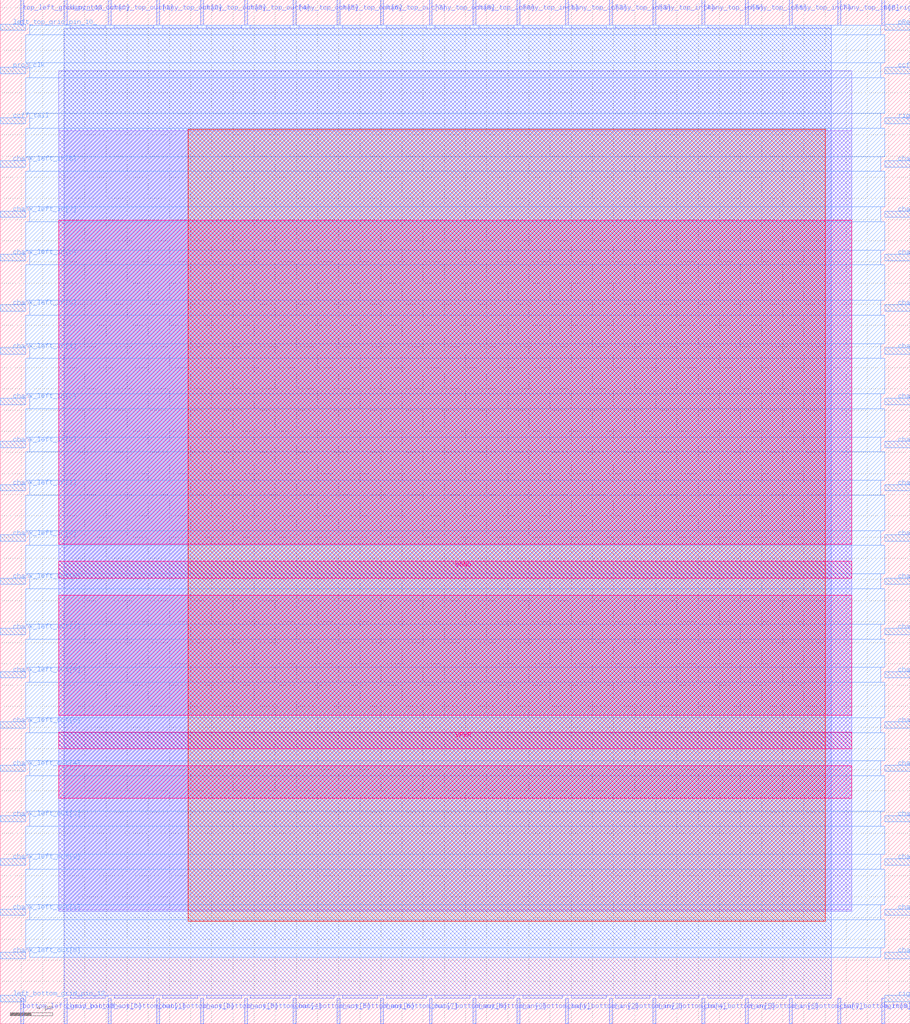
<source format=lef>
VERSION 5.7 ;
  NOWIREEXTENSIONATPIN ON ;
  DIVIDERCHAR "/" ;
  BUSBITCHARS "[]" ;
MACRO sb_1__1_
  CLASS BLOCK ;
  FOREIGN sb_1__1_ ;
  ORIGIN 0.000 0.000 ;
  SIZE 86.050 BY 96.770 ;
  PIN bottom_left_grid_pin_13_
    DIRECTION INPUT ;
    PORT
      LAYER met2 ;
        RECT 1.930 0.000 2.210 2.400 ;
    END
  END bottom_left_grid_pin_13_
  PIN bottom_right_grid_pin_11_
    DIRECTION INPUT ;
    PORT
      LAYER met2 ;
        RECT 83.350 0.000 83.630 2.400 ;
    END
  END bottom_right_grid_pin_11_
  PIN ccff_head
    DIRECTION INPUT ;
    PORT
      LAYER met3 ;
        RECT 83.650 89.800 86.050 90.400 ;
    END
  END ccff_head
  PIN ccff_tail
    DIRECTION OUTPUT TRISTATE ;
    PORT
      LAYER met3 ;
        RECT 0.000 85.040 2.400 85.640 ;
    END
  END ccff_tail
  PIN chanx_left_in[0]
    DIRECTION INPUT ;
    PORT
      LAYER met3 ;
        RECT 0.000 45.600 2.400 46.200 ;
    END
  END chanx_left_in[0]
  PIN chanx_left_in[1]
    DIRECTION INPUT ;
    PORT
      LAYER met3 ;
        RECT 0.000 50.360 2.400 50.960 ;
    END
  END chanx_left_in[1]
  PIN chanx_left_in[2]
    DIRECTION INPUT ;
    PORT
      LAYER met3 ;
        RECT 0.000 54.440 2.400 55.040 ;
    END
  END chanx_left_in[2]
  PIN chanx_left_in[3]
    DIRECTION INPUT ;
    PORT
      LAYER met3 ;
        RECT 0.000 58.520 2.400 59.120 ;
    END
  END chanx_left_in[3]
  PIN chanx_left_in[4]
    DIRECTION INPUT ;
    PORT
      LAYER met3 ;
        RECT 0.000 63.280 2.400 63.880 ;
    END
  END chanx_left_in[4]
  PIN chanx_left_in[5]
    DIRECTION INPUT ;
    PORT
      LAYER met3 ;
        RECT 0.000 67.360 2.400 67.960 ;
    END
  END chanx_left_in[5]
  PIN chanx_left_in[6]
    DIRECTION INPUT ;
    PORT
      LAYER met3 ;
        RECT 0.000 72.120 2.400 72.720 ;
    END
  END chanx_left_in[6]
  PIN chanx_left_in[7]
    DIRECTION INPUT ;
    PORT
      LAYER met3 ;
        RECT 0.000 76.200 2.400 76.800 ;
    END
  END chanx_left_in[7]
  PIN chanx_left_in[8]
    DIRECTION INPUT ;
    PORT
      LAYER met3 ;
        RECT 0.000 80.960 2.400 81.560 ;
    END
  END chanx_left_in[8]
  PIN chanx_left_out[0]
    DIRECTION OUTPUT TRISTATE ;
    PORT
      LAYER met3 ;
        RECT 0.000 6.160 2.400 6.760 ;
    END
  END chanx_left_out[0]
  PIN chanx_left_out[1]
    DIRECTION OUTPUT TRISTATE ;
    PORT
      LAYER met3 ;
        RECT 0.000 10.240 2.400 10.840 ;
    END
  END chanx_left_out[1]
  PIN chanx_left_out[2]
    DIRECTION OUTPUT TRISTATE ;
    PORT
      LAYER met3 ;
        RECT 0.000 15.000 2.400 15.600 ;
    END
  END chanx_left_out[2]
  PIN chanx_left_out[3]
    DIRECTION OUTPUT TRISTATE ;
    PORT
      LAYER met3 ;
        RECT 0.000 19.080 2.400 19.680 ;
    END
  END chanx_left_out[3]
  PIN chanx_left_out[4]
    DIRECTION OUTPUT TRISTATE ;
    PORT
      LAYER met3 ;
        RECT 0.000 23.840 2.400 24.440 ;
    END
  END chanx_left_out[4]
  PIN chanx_left_out[5]
    DIRECTION OUTPUT TRISTATE ;
    PORT
      LAYER met3 ;
        RECT 0.000 27.920 2.400 28.520 ;
    END
  END chanx_left_out[5]
  PIN chanx_left_out[6]
    DIRECTION OUTPUT TRISTATE ;
    PORT
      LAYER met3 ;
        RECT 0.000 32.680 2.400 33.280 ;
    END
  END chanx_left_out[6]
  PIN chanx_left_out[7]
    DIRECTION OUTPUT TRISTATE ;
    PORT
      LAYER met3 ;
        RECT 0.000 36.760 2.400 37.360 ;
    END
  END chanx_left_out[7]
  PIN chanx_left_out[8]
    DIRECTION OUTPUT TRISTATE ;
    PORT
      LAYER met3 ;
        RECT 0.000 41.520 2.400 42.120 ;
    END
  END chanx_left_out[8]
  PIN chanx_right_in[0]
    DIRECTION INPUT ;
    PORT
      LAYER met3 ;
        RECT 83.650 45.600 86.050 46.200 ;
    END
  END chanx_right_in[0]
  PIN chanx_right_in[1]
    DIRECTION INPUT ;
    PORT
      LAYER met3 ;
        RECT 83.650 50.360 86.050 50.960 ;
    END
  END chanx_right_in[1]
  PIN chanx_right_in[2]
    DIRECTION INPUT ;
    PORT
      LAYER met3 ;
        RECT 83.650 54.440 86.050 55.040 ;
    END
  END chanx_right_in[2]
  PIN chanx_right_in[3]
    DIRECTION INPUT ;
    PORT
      LAYER met3 ;
        RECT 83.650 58.520 86.050 59.120 ;
    END
  END chanx_right_in[3]
  PIN chanx_right_in[4]
    DIRECTION INPUT ;
    PORT
      LAYER met3 ;
        RECT 83.650 63.280 86.050 63.880 ;
    END
  END chanx_right_in[4]
  PIN chanx_right_in[5]
    DIRECTION INPUT ;
    PORT
      LAYER met3 ;
        RECT 83.650 67.360 86.050 67.960 ;
    END
  END chanx_right_in[5]
  PIN chanx_right_in[6]
    DIRECTION INPUT ;
    PORT
      LAYER met3 ;
        RECT 83.650 72.120 86.050 72.720 ;
    END
  END chanx_right_in[6]
  PIN chanx_right_in[7]
    DIRECTION INPUT ;
    PORT
      LAYER met3 ;
        RECT 83.650 76.200 86.050 76.800 ;
    END
  END chanx_right_in[7]
  PIN chanx_right_in[8]
    DIRECTION INPUT ;
    PORT
      LAYER met3 ;
        RECT 83.650 80.960 86.050 81.560 ;
    END
  END chanx_right_in[8]
  PIN chanx_right_out[0]
    DIRECTION OUTPUT TRISTATE ;
    PORT
      LAYER met3 ;
        RECT 83.650 6.160 86.050 6.760 ;
    END
  END chanx_right_out[0]
  PIN chanx_right_out[1]
    DIRECTION OUTPUT TRISTATE ;
    PORT
      LAYER met3 ;
        RECT 83.650 10.240 86.050 10.840 ;
    END
  END chanx_right_out[1]
  PIN chanx_right_out[2]
    DIRECTION OUTPUT TRISTATE ;
    PORT
      LAYER met3 ;
        RECT 83.650 15.000 86.050 15.600 ;
    END
  END chanx_right_out[2]
  PIN chanx_right_out[3]
    DIRECTION OUTPUT TRISTATE ;
    PORT
      LAYER met3 ;
        RECT 83.650 19.080 86.050 19.680 ;
    END
  END chanx_right_out[3]
  PIN chanx_right_out[4]
    DIRECTION OUTPUT TRISTATE ;
    PORT
      LAYER met3 ;
        RECT 83.650 23.840 86.050 24.440 ;
    END
  END chanx_right_out[4]
  PIN chanx_right_out[5]
    DIRECTION OUTPUT TRISTATE ;
    PORT
      LAYER met3 ;
        RECT 83.650 27.920 86.050 28.520 ;
    END
  END chanx_right_out[5]
  PIN chanx_right_out[6]
    DIRECTION OUTPUT TRISTATE ;
    PORT
      LAYER met3 ;
        RECT 83.650 32.680 86.050 33.280 ;
    END
  END chanx_right_out[6]
  PIN chanx_right_out[7]
    DIRECTION OUTPUT TRISTATE ;
    PORT
      LAYER met3 ;
        RECT 83.650 36.760 86.050 37.360 ;
    END
  END chanx_right_out[7]
  PIN chanx_right_out[8]
    DIRECTION OUTPUT TRISTATE ;
    PORT
      LAYER met3 ;
        RECT 83.650 41.520 86.050 42.120 ;
    END
  END chanx_right_out[8]
  PIN chany_bottom_in[0]
    DIRECTION INPUT ;
    PORT
      LAYER met2 ;
        RECT 44.710 0.000 44.990 2.400 ;
    END
  END chany_bottom_in[0]
  PIN chany_bottom_in[1]
    DIRECTION INPUT ;
    PORT
      LAYER met2 ;
        RECT 48.850 0.000 49.130 2.400 ;
    END
  END chany_bottom_in[1]
  PIN chany_bottom_in[2]
    DIRECTION INPUT ;
    PORT
      LAYER met2 ;
        RECT 53.450 0.000 53.730 2.400 ;
    END
  END chany_bottom_in[2]
  PIN chany_bottom_in[3]
    DIRECTION INPUT ;
    PORT
      LAYER met2 ;
        RECT 57.590 0.000 57.870 2.400 ;
    END
  END chany_bottom_in[3]
  PIN chany_bottom_in[4]
    DIRECTION INPUT ;
    PORT
      LAYER met2 ;
        RECT 61.730 0.000 62.010 2.400 ;
    END
  END chany_bottom_in[4]
  PIN chany_bottom_in[5]
    DIRECTION INPUT ;
    PORT
      LAYER met2 ;
        RECT 66.330 0.000 66.610 2.400 ;
    END
  END chany_bottom_in[5]
  PIN chany_bottom_in[6]
    DIRECTION INPUT ;
    PORT
      LAYER met2 ;
        RECT 70.470 0.000 70.750 2.400 ;
    END
  END chany_bottom_in[6]
  PIN chany_bottom_in[7]
    DIRECTION INPUT ;
    PORT
      LAYER met2 ;
        RECT 74.610 0.000 74.890 2.400 ;
    END
  END chany_bottom_in[7]
  PIN chany_bottom_in[8]
    DIRECTION INPUT ;
    PORT
      LAYER met2 ;
        RECT 79.210 0.000 79.490 2.400 ;
    END
  END chany_bottom_in[8]
  PIN chany_bottom_out[0]
    DIRECTION OUTPUT TRISTATE ;
    PORT
      LAYER met2 ;
        RECT 6.070 0.000 6.350 2.400 ;
    END
  END chany_bottom_out[0]
  PIN chany_bottom_out[1]
    DIRECTION OUTPUT TRISTATE ;
    PORT
      LAYER met2 ;
        RECT 10.210 0.000 10.490 2.400 ;
    END
  END chany_bottom_out[1]
  PIN chany_bottom_out[2]
    DIRECTION OUTPUT TRISTATE ;
    PORT
      LAYER met2 ;
        RECT 14.810 0.000 15.090 2.400 ;
    END
  END chany_bottom_out[2]
  PIN chany_bottom_out[3]
    DIRECTION OUTPUT TRISTATE ;
    PORT
      LAYER met2 ;
        RECT 18.950 0.000 19.230 2.400 ;
    END
  END chany_bottom_out[3]
  PIN chany_bottom_out[4]
    DIRECTION OUTPUT TRISTATE ;
    PORT
      LAYER met2 ;
        RECT 23.090 0.000 23.370 2.400 ;
    END
  END chany_bottom_out[4]
  PIN chany_bottom_out[5]
    DIRECTION OUTPUT TRISTATE ;
    PORT
      LAYER met2 ;
        RECT 27.690 0.000 27.970 2.400 ;
    END
  END chany_bottom_out[5]
  PIN chany_bottom_out[6]
    DIRECTION OUTPUT TRISTATE ;
    PORT
      LAYER met2 ;
        RECT 31.830 0.000 32.110 2.400 ;
    END
  END chany_bottom_out[6]
  PIN chany_bottom_out[7]
    DIRECTION OUTPUT TRISTATE ;
    PORT
      LAYER met2 ;
        RECT 35.970 0.000 36.250 2.400 ;
    END
  END chany_bottom_out[7]
  PIN chany_bottom_out[8]
    DIRECTION OUTPUT TRISTATE ;
    PORT
      LAYER met2 ;
        RECT 40.570 0.000 40.850 2.400 ;
    END
  END chany_bottom_out[8]
  PIN chany_top_in[0]
    DIRECTION INPUT ;
    PORT
      LAYER met2 ;
        RECT 44.710 94.370 44.990 96.770 ;
    END
  END chany_top_in[0]
  PIN chany_top_in[1]
    DIRECTION INPUT ;
    PORT
      LAYER met2 ;
        RECT 48.850 94.370 49.130 96.770 ;
    END
  END chany_top_in[1]
  PIN chany_top_in[2]
    DIRECTION INPUT ;
    PORT
      LAYER met2 ;
        RECT 53.450 94.370 53.730 96.770 ;
    END
  END chany_top_in[2]
  PIN chany_top_in[3]
    DIRECTION INPUT ;
    PORT
      LAYER met2 ;
        RECT 57.590 94.370 57.870 96.770 ;
    END
  END chany_top_in[3]
  PIN chany_top_in[4]
    DIRECTION INPUT ;
    PORT
      LAYER met2 ;
        RECT 61.730 94.370 62.010 96.770 ;
    END
  END chany_top_in[4]
  PIN chany_top_in[5]
    DIRECTION INPUT ;
    PORT
      LAYER met2 ;
        RECT 66.330 94.370 66.610 96.770 ;
    END
  END chany_top_in[5]
  PIN chany_top_in[6]
    DIRECTION INPUT ;
    PORT
      LAYER met2 ;
        RECT 70.470 94.370 70.750 96.770 ;
    END
  END chany_top_in[6]
  PIN chany_top_in[7]
    DIRECTION INPUT ;
    PORT
      LAYER met2 ;
        RECT 74.610 94.370 74.890 96.770 ;
    END
  END chany_top_in[7]
  PIN chany_top_in[8]
    DIRECTION INPUT ;
    PORT
      LAYER met2 ;
        RECT 79.210 94.370 79.490 96.770 ;
    END
  END chany_top_in[8]
  PIN chany_top_out[0]
    DIRECTION OUTPUT TRISTATE ;
    PORT
      LAYER met2 ;
        RECT 6.070 94.370 6.350 96.770 ;
    END
  END chany_top_out[0]
  PIN chany_top_out[1]
    DIRECTION OUTPUT TRISTATE ;
    PORT
      LAYER met2 ;
        RECT 10.210 94.370 10.490 96.770 ;
    END
  END chany_top_out[1]
  PIN chany_top_out[2]
    DIRECTION OUTPUT TRISTATE ;
    PORT
      LAYER met2 ;
        RECT 14.810 94.370 15.090 96.770 ;
    END
  END chany_top_out[2]
  PIN chany_top_out[3]
    DIRECTION OUTPUT TRISTATE ;
    PORT
      LAYER met2 ;
        RECT 18.950 94.370 19.230 96.770 ;
    END
  END chany_top_out[3]
  PIN chany_top_out[4]
    DIRECTION OUTPUT TRISTATE ;
    PORT
      LAYER met2 ;
        RECT 23.090 94.370 23.370 96.770 ;
    END
  END chany_top_out[4]
  PIN chany_top_out[5]
    DIRECTION OUTPUT TRISTATE ;
    PORT
      LAYER met2 ;
        RECT 27.690 94.370 27.970 96.770 ;
    END
  END chany_top_out[5]
  PIN chany_top_out[6]
    DIRECTION OUTPUT TRISTATE ;
    PORT
      LAYER met2 ;
        RECT 31.830 94.370 32.110 96.770 ;
    END
  END chany_top_out[6]
  PIN chany_top_out[7]
    DIRECTION OUTPUT TRISTATE ;
    PORT
      LAYER met2 ;
        RECT 35.970 94.370 36.250 96.770 ;
    END
  END chany_top_out[7]
  PIN chany_top_out[8]
    DIRECTION OUTPUT TRISTATE ;
    PORT
      LAYER met2 ;
        RECT 40.570 94.370 40.850 96.770 ;
    END
  END chany_top_out[8]
  PIN left_bottom_grid_pin_12_
    DIRECTION INPUT ;
    PORT
      LAYER met3 ;
        RECT 0.000 2.080 2.400 2.680 ;
    END
  END left_bottom_grid_pin_12_
  PIN left_top_grid_pin_10_
    DIRECTION INPUT ;
    PORT
      LAYER met3 ;
        RECT 0.000 93.880 2.400 94.480 ;
    END
  END left_top_grid_pin_10_
  PIN pReset
    DIRECTION INPUT ;
    PORT
      LAYER met3 ;
        RECT 83.650 93.880 86.050 94.480 ;
    END
  END pReset
  PIN prog_clk
    DIRECTION INPUT ;
    PORT
      LAYER met3 ;
        RECT 0.000 89.800 2.400 90.400 ;
    END
  END prog_clk
  PIN right_bottom_grid_pin_12_
    DIRECTION INPUT ;
    PORT
      LAYER met3 ;
        RECT 83.650 2.080 86.050 2.680 ;
    END
  END right_bottom_grid_pin_12_
  PIN right_top_grid_pin_10_
    DIRECTION INPUT ;
    PORT
      LAYER met3 ;
        RECT 83.650 85.040 86.050 85.640 ;
    END
  END right_top_grid_pin_10_
  PIN top_left_grid_pin_13_
    DIRECTION INPUT ;
    PORT
      LAYER met2 ;
        RECT 1.930 94.370 2.210 96.770 ;
    END
  END top_left_grid_pin_13_
  PIN top_right_grid_pin_11_
    DIRECTION INPUT ;
    PORT
      LAYER met2 ;
        RECT 83.350 94.370 83.630 96.770 ;
    END
  END top_right_grid_pin_11_
  PIN VPWR
    DIRECTION INPUT ;
    USE POWER ;
    PORT
      LAYER met5 ;
        RECT 5.520 25.970 80.500 27.570 ;
    END
  END VPWR
  PIN VGND
    DIRECTION INPUT ;
    USE GROUND ;
    PORT
      LAYER met5 ;
        RECT 5.520 42.095 80.500 43.695 ;
    END
  END VGND
  OBS
      LAYER li1 ;
        RECT 5.520 10.795 80.500 84.405 ;
      LAYER met1 ;
        RECT 5.520 10.640 80.500 90.060 ;
      LAYER met2 ;
        RECT 6.630 94.090 9.930 94.370 ;
        RECT 10.770 94.090 14.530 94.370 ;
        RECT 15.370 94.090 18.670 94.370 ;
        RECT 19.510 94.090 22.810 94.370 ;
        RECT 23.650 94.090 27.410 94.370 ;
        RECT 28.250 94.090 31.550 94.370 ;
        RECT 32.390 94.090 35.690 94.370 ;
        RECT 36.530 94.090 40.290 94.370 ;
        RECT 41.130 94.090 44.430 94.370 ;
        RECT 45.270 94.090 48.570 94.370 ;
        RECT 49.410 94.090 53.170 94.370 ;
        RECT 54.010 94.090 57.310 94.370 ;
        RECT 58.150 94.090 61.450 94.370 ;
        RECT 62.290 94.090 66.050 94.370 ;
        RECT 66.890 94.090 70.190 94.370 ;
        RECT 71.030 94.090 74.330 94.370 ;
        RECT 75.170 94.090 78.570 94.370 ;
        RECT 6.070 2.680 78.570 94.090 ;
        RECT 6.630 2.400 9.930 2.680 ;
        RECT 10.770 2.400 14.530 2.680 ;
        RECT 15.370 2.400 18.670 2.680 ;
        RECT 19.510 2.400 22.810 2.680 ;
        RECT 23.650 2.400 27.410 2.680 ;
        RECT 28.250 2.400 31.550 2.680 ;
        RECT 32.390 2.400 35.690 2.680 ;
        RECT 36.530 2.400 40.290 2.680 ;
        RECT 41.130 2.400 44.430 2.680 ;
        RECT 45.270 2.400 48.570 2.680 ;
        RECT 49.410 2.400 53.170 2.680 ;
        RECT 54.010 2.400 57.310 2.680 ;
        RECT 58.150 2.400 61.450 2.680 ;
        RECT 62.290 2.400 66.050 2.680 ;
        RECT 66.890 2.400 70.190 2.680 ;
        RECT 71.030 2.400 74.330 2.680 ;
        RECT 75.170 2.400 78.570 2.680 ;
      LAYER met3 ;
        RECT 2.800 93.480 83.250 94.345 ;
        RECT 2.400 90.800 83.650 93.480 ;
        RECT 2.800 89.400 83.250 90.800 ;
        RECT 2.400 86.040 83.650 89.400 ;
        RECT 2.800 84.640 83.250 86.040 ;
        RECT 2.400 81.960 83.650 84.640 ;
        RECT 2.800 80.560 83.250 81.960 ;
        RECT 2.400 77.200 83.650 80.560 ;
        RECT 2.800 75.800 83.250 77.200 ;
        RECT 2.400 73.120 83.650 75.800 ;
        RECT 2.800 71.720 83.250 73.120 ;
        RECT 2.400 68.360 83.650 71.720 ;
        RECT 2.800 66.960 83.250 68.360 ;
        RECT 2.400 64.280 83.650 66.960 ;
        RECT 2.800 62.880 83.250 64.280 ;
        RECT 2.400 59.520 83.650 62.880 ;
        RECT 2.800 58.120 83.250 59.520 ;
        RECT 2.400 55.440 83.650 58.120 ;
        RECT 2.800 54.040 83.250 55.440 ;
        RECT 2.400 51.360 83.650 54.040 ;
        RECT 2.800 49.960 83.250 51.360 ;
        RECT 2.400 46.600 83.650 49.960 ;
        RECT 2.800 45.200 83.250 46.600 ;
        RECT 2.400 42.520 83.650 45.200 ;
        RECT 2.800 41.120 83.250 42.520 ;
        RECT 2.400 37.760 83.650 41.120 ;
        RECT 2.800 36.360 83.250 37.760 ;
        RECT 2.400 33.680 83.650 36.360 ;
        RECT 2.800 32.280 83.250 33.680 ;
        RECT 2.400 28.920 83.650 32.280 ;
        RECT 2.800 27.520 83.250 28.920 ;
        RECT 2.400 24.840 83.650 27.520 ;
        RECT 2.800 23.440 83.250 24.840 ;
        RECT 2.400 20.080 83.650 23.440 ;
        RECT 2.800 18.680 83.250 20.080 ;
        RECT 2.400 16.000 83.650 18.680 ;
        RECT 2.800 14.600 83.250 16.000 ;
        RECT 2.400 11.240 83.650 14.600 ;
        RECT 2.800 9.840 83.250 11.240 ;
        RECT 2.400 7.160 83.650 9.840 ;
        RECT 2.800 6.295 83.250 7.160 ;
      LAYER met4 ;
        RECT 17.775 9.695 78.025 84.560 ;
      LAYER met5 ;
        RECT 5.520 45.295 80.500 75.950 ;
        RECT 5.520 29.170 80.500 40.495 ;
        RECT 5.520 21.300 80.500 24.370 ;
  END
END sb_1__1_
END LIBRARY


</source>
